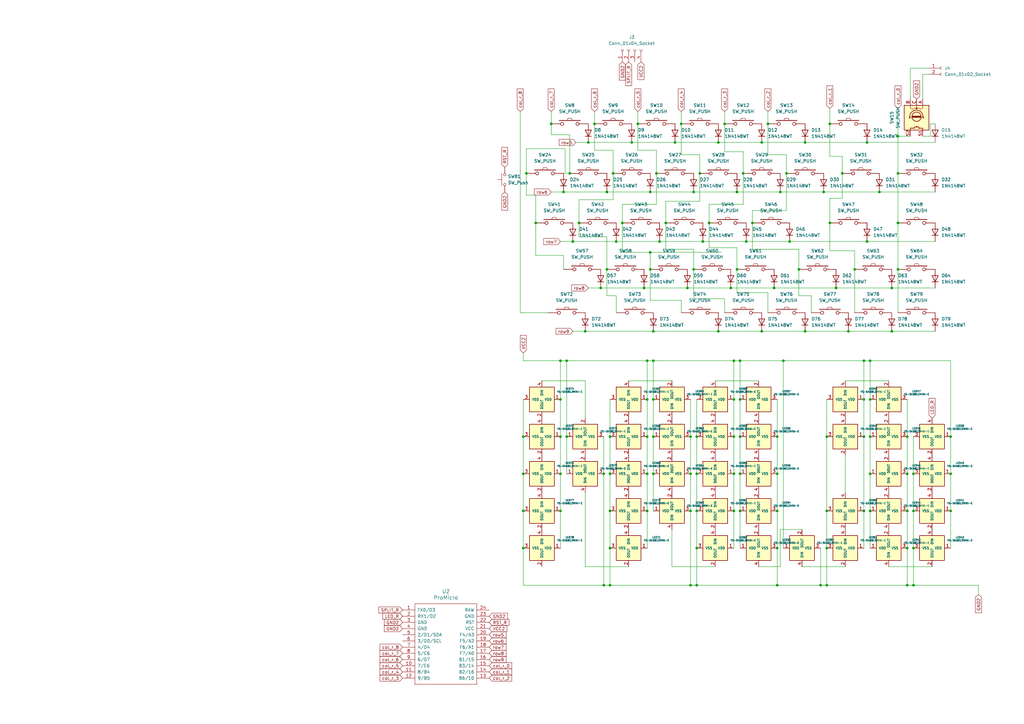
<source format=kicad_sch>
(kicad_sch (version 20231120) (generator "eeschema") (generator_version "8.0")
  (paper "A3")
  (junction (at 267.97 135.89))
  (junction (at 330.2 135.89))
  (junction (at 300.99 147.955))
  (junction (at 215.9 71.12))
  (junction (at 356.87 147.955))
  (junction (at 283.21 209.55))
  (junction (at 226.06 50.8))
  (junction (at 356.87 163.83))
  (junction (at 302.26 110.49))
  (junction (at 368.3 110.49))
  (junction (at 318.77 194.31))
  (junction (at 214.63 179.07))
  (junction (at 290.83 91.44))
  (junction (at 273.05 91.44))
  (junction (at 266.7 78.74))
  (junction (at 241.3 58.42))
  (junction (at 354.33 179.07))
  (junction (at 321.31 147.955))
  (junction (at 265.43 163.83))
  (junction (at 284.48 78.74))
  (junction (at 347.98 135.89))
  (junction (at 336.55 240.03))
  (junction (at 287.02 71.12))
  (junction (at 317.5 118.11))
  (junction (at 372.11 194.31))
  (junction (at 372.11 240.03))
  (junction (at 368.3 91.44))
  (junction (at 250.19 179.07))
  (junction (at 285.75 179.07))
  (junction (at 259.08 58.42))
  (junction (at 234.95 99.06))
  (junction (at 265.43 179.07))
  (junction (at 339.09 179.07))
  (junction (at 299.72 118.11))
  (junction (at 368.3 71.12))
  (junction (at 303.53 194.31))
  (junction (at 308.61 91.44))
  (junction (at 312.42 58.42))
  (junction (at 261.62 50.8))
  (junction (at 267.97 179.07))
  (junction (at 304.8 71.12))
  (junction (at 294.64 135.89))
  (junction (at 237.49 91.44))
  (junction (at 345.44 71.12))
  (junction (at 339.09 240.03))
  (junction (at 251.46 71.12))
  (junction (at 283.21 240.03))
  (junction (at 240.03 135.89))
  (junction (at 214.63 209.55))
  (junction (at 229.87 209.55))
  (junction (at 297.18 50.8))
  (junction (at 270.51 99.06))
  (junction (at 318.77 240.03))
  (junction (at 231.14 78.74))
  (junction (at 283.21 194.31))
  (junction (at 303.53 209.55))
  (junction (at 300.99 209.55))
  (junction (at 355.6 58.42))
  (junction (at 318.77 224.79))
  (junction (at 365.76 135.89))
  (junction (at 306.07 99.06))
  (junction (at 368.3 55.88))
  (junction (at 365.76 118.11))
  (junction (at 229.87 147.955))
  (junction (at 285.75 209.55))
  (junction (at 300.99 179.07))
  (junction (at 374.65 224.79))
  (junction (at 372.11 179.07))
  (junction (at 288.29 99.06))
  (junction (at 248.92 78.74))
  (junction (at 339.09 209.55))
  (junction (at 264.16 118.11))
  (junction (at 229.87 179.07))
  (junction (at 300.99 163.83))
  (junction (at 267.97 147.955))
  (junction (at 283.21 179.07))
  (junction (at 389.89 209.55))
  (junction (at 374.65 209.55))
  (junction (at 267.97 163.83))
  (junction (at 229.87 163.83))
  (junction (at 303.53 179.07))
  (junction (at 255.27 91.44))
  (junction (at 312.42 135.89))
  (junction (at 354.33 209.55))
  (junction (at 285.75 240.03))
  (junction (at 374.65 240.03))
  (junction (at 389.89 194.31))
  (junction (at 267.97 194.31))
  (junction (at 342.9 118.11))
  (junction (at 360.68 78.74))
  (junction (at 232.41 179.07))
  (junction (at 246.38 118.11))
  (junction (at 265.43 147.955))
  (junction (at 250.19 194.31))
  (junction (at 243.84 50.8))
  (junction (at 279.4 50.8))
  (junction (at 252.73 99.06))
  (junction (at 232.41 147.955))
  (junction (at 340.36 91.44))
  (junction (at 233.68 71.12))
  (junction (at 374.65 194.31))
  (junction (at 355.6 99.06))
  (junction (at 320.04 78.74))
  (junction (at 318.77 179.07))
  (junction (at 219.71 91.44))
  (junction (at 300.99 194.31))
  (junction (at 248.92 110.49))
  (junction (at 269.24 71.12))
  (junction (at 314.96 50.8))
  (junction (at 250.19 224.79))
  (junction (at 330.2 58.42))
  (junction (at 339.09 224.79))
  (junction (at 372.11 209.55))
  (junction (at 266.7 103.505))
  (junction (at 354.33 147.955))
  (junction (at 247.65 194.31))
  (junction (at 350.52 110.49))
  (junction (at 266.7 110.49))
  (junction (at 281.94 118.11))
  (junction (at 327.66 110.49))
  (junction (at 214.63 194.31))
  (junction (at 356.87 209.55))
  (junction (at 229.87 194.31))
  (junction (at 323.85 99.06))
  (junction (at 356.87 179.07))
  (junction (at 247.65 240.03))
  (junction (at 250.19 240.03))
  (junction (at 340.36 50.8))
  (junction (at 265.43 209.55))
  (junction (at 276.86 58.42))
  (junction (at 356.87 194.31))
  (junction (at 372.11 224.79))
  (junction (at 337.82 78.74))
  (junction (at 284.48 110.49))
  (junction (at 285.75 224.79))
  (junction (at 294.64 58.42))
  (junction (at 285.75 194.31))
  (junction (at 303.53 147.955))
  (junction (at 250.19 209.55))
  (junction (at 318.77 209.55))
  (junction (at 322.58 71.12))
  (junction (at 265.43 194.31))
  (junction (at 354.33 163.83))
  (junction (at 303.53 163.83))
  (junction (at 214.63 224.79))
  (junction (at 302.26 78.74))
  (junction (at 389.89 179.07))
  (wire (pts (xy 345.44 71.12) (xy 345.44 64.135)))
  (wire (pts (xy 283.21 240.03) (xy 285.75 240.03)))
  (wire (pts (xy 283.21 163.83) (xy 283.21 179.07)))
  (wire (pts (xy 308.61 91.44) (xy 308.61 102.235)))
  (wire (pts (xy 299.72 118.11) (xy 317.5 118.11)))
  (wire (pts (xy 273.05 91.44) (xy 273.05 82.55)))
  (wire (pts (xy 259.08 58.42) (xy 276.86 58.42)))
  (wire (pts (xy 304.8 62.23) (xy 297.18 62.23)))
  (wire (pts (xy 300.99 163.83) (xy 300.99 179.07)))
  (wire (pts (xy 332.74 121.285) (xy 332.74 128.27)))
  (wire (pts (xy 285.75 194.31) (xy 285.75 209.55)))
  (wire (pts (xy 237.49 91.44) (xy 237.49 97.155)))
  (wire (pts (xy 267.97 135.89) (xy 294.64 135.89)))
  (wire (pts (xy 365.76 135.89) (xy 383.54 135.89)))
  (wire (pts (xy 350.52 102.87) (xy 350.52 110.49)))
  (wire (pts (xy 231.775 71.12) (xy 231.775 60.96)))
  (wire (pts (xy 234.95 135.89) (xy 240.03 135.89)))
  (wire (pts (xy 318.77 179.07) (xy 318.77 194.31)))
  (wire (pts (xy 303.53 179.07) (xy 303.53 194.31)))
  (wire (pts (xy 356.87 209.55) (xy 356.87 224.79)))
  (wire (pts (xy 306.07 99.06) (xy 323.85 99.06)))
  (wire (pts (xy 342.9 118.11) (xy 365.76 118.11)))
  (wire (pts (xy 368.3 55.88) (xy 368.3 71.12)))
  (wire (pts (xy 356.87 147.955) (xy 356.87 163.83)))
  (wire (pts (xy 287.02 63.5) (xy 279.4 63.5)))
  (wire (pts (xy 372.11 194.31) (xy 372.11 209.55)))
  (wire (pts (xy 243.84 50.8) (xy 243.84 61.595)))
  (wire (pts (xy 265.43 163.83) (xy 265.43 147.955)))
  (wire (pts (xy 285.75 240.03) (xy 318.77 240.03)))
  (wire (pts (xy 231.14 78.74) (xy 248.92 78.74)))
  (wire (pts (xy 339.09 179.07) (xy 339.09 209.55)))
  (wire (pts (xy 267.97 147.955) (xy 267.97 163.83)))
  (wire (pts (xy 284.48 110.49) (xy 284.48 102.235)))
  (wire (pts (xy 304.8 71.12) (xy 304.8 62.23)))
  (wire (pts (xy 350.52 110.49) (xy 350.52 128.27)))
  (wire (pts (xy 255.27 83.82) (xy 255.27 91.44)))
  (wire (pts (xy 303.53 163.83) (xy 303.53 179.07)))
  (wire (pts (xy 234.95 99.06) (xy 252.73 99.06)))
  (wire (pts (xy 303.53 147.955) (xy 303.53 163.83)))
  (wire (pts (xy 354.33 163.83) (xy 354.33 179.07)))
  (wire (pts (xy 237.49 81.915) (xy 237.49 91.44)))
  (wire (pts (xy 266.7 123.19) (xy 279.4 123.19)))
  (wire (pts (xy 267.97 163.83) (xy 267.97 179.07)))
  (wire (pts (xy 322.58 63.5) (xy 322.58 71.12)))
  (wire (pts (xy 322.58 86.36) (xy 308.61 86.36)))
  (wire (pts (xy 267.97 179.07) (xy 267.97 194.31)))
  (wire (pts (xy 257.81 232.41) (xy 240.03 232.41)))
  (wire (pts (xy 226.06 45.72) (xy 226.06 50.8)))
  (wire (pts (xy 214.63 194.31) (xy 214.63 209.55)))
  (wire (pts (xy 241.3 118.11) (xy 246.38 118.11)))
  (wire (pts (xy 215.9 60.96) (xy 215.9 71.12)))
  (wire (pts (xy 336.55 240.03) (xy 339.09 240.03)))
  (wire (pts (xy 300.99 209.55) (xy 300.99 224.79)))
  (wire (pts (xy 303.53 147.955) (xy 300.99 147.955)))
  (wire (pts (xy 285.75 163.83) (xy 285.75 179.07)))
  (wire (pts (xy 241.3 58.42) (xy 259.08 58.42)))
  (wire (pts (xy 214.63 163.83) (xy 214.63 179.07)))
  (wire (pts (xy 257.81 156.21) (xy 275.59 156.21)))
  (wire (pts (xy 328.93 232.41) (xy 346.71 232.41)))
  (wire (pts (xy 304.8 83.82) (xy 304.8 71.12)))
  (wire (pts (xy 214.63 240.03) (xy 247.65 240.03)))
  (wire (pts (xy 314.96 120.015) (xy 302.26 120.015)))
  (wire (pts (xy 283.21 194.31) (xy 283.21 209.55)))
  (wire (pts (xy 285.75 224.79) (xy 285.75 240.03)))
  (wire (pts (xy 232.41 147.955) (xy 265.43 147.955)))
  (wire (pts (xy 229.87 163.83) (xy 229.87 147.955)))
  (wire (pts (xy 265.43 179.07) (xy 265.43 163.83)))
  (wire (pts (xy 246.38 118.11) (xy 264.16 118.11)))
  (wire (pts (xy 267.97 194.31) (xy 267.97 209.55)))
  (wire (pts (xy 314.96 63.5) (xy 322.58 63.5)))
  (wire (pts (xy 265.43 147.955) (xy 267.97 147.955)))
  (wire (pts (xy 314.96 50.8) (xy 314.96 63.5)))
  (wire (pts (xy 323.85 99.06) (xy 355.6 99.06)))
  (wire (pts (xy 269.24 83.82) (xy 255.27 83.82)))
  (wire (pts (xy 279.4 123.19) (xy 279.4 128.27)))
  (wire (pts (xy 318.77 224.79) (xy 318.77 240.03)))
  (wire (pts (xy 320.04 217.17) (xy 320.04 232.41)))
  (wire (pts (xy 327.66 102.235) (xy 327.66 110.49)))
  (wire (pts (xy 284.48 122.555) (xy 284.48 110.49)))
  (wire (pts (xy 226.06 78.74) (xy 231.14 78.74)))
  (wire (pts (xy 240.03 156.21) (xy 222.25 156.21)))
  (wire (pts (xy 297.18 128.27) (xy 297.18 122.555)))
  (wire (pts (xy 219.71 80.01) (xy 219.71 91.44)))
  (wire (pts (xy 250.19 240.03) (xy 283.21 240.03)))
  (wire (pts (xy 356.87 194.31) (xy 356.87 209.55)))
  (wire (pts (xy 290.83 83.82) (xy 304.8 83.82)))
  (wire (pts (xy 250.19 194.31) (xy 250.19 209.55)))
  (wire (pts (xy 389.89 147.955) (xy 356.87 147.955)))
  (wire (pts (xy 318.77 209.55) (xy 318.77 224.79)))
  (wire (pts (xy 265.43 224.79) (xy 265.43 209.55)))
  (wire (pts (xy 283.21 179.07) (xy 283.21 194.31)))
  (wire (pts (xy 318.77 194.31) (xy 318.77 209.55)))
  (wire (pts (xy 302.26 120.015) (xy 302.26 110.49)))
  (wire (pts (xy 297.18 45.72) (xy 297.18 50.8)))
  (wire (pts (xy 368.3 71.12) (xy 368.3 91.44)))
  (wire (pts (xy 346.71 156.21) (xy 364.49 156.21)))
  (wire (pts (xy 336.55 224.79) (xy 336.55 240.03)))
  (wire (pts (xy 261.62 50.8) (xy 261.62 61.595)))
  (wire (pts (xy 243.84 45.72) (xy 243.84 50.8)))
  (wire (pts (xy 354.33 179.07) (xy 354.33 209.55)))
  (wire (pts (xy 285.75 209.55) (xy 285.75 224.79)))
  (wire (pts (xy 214.63 179.07) (xy 214.63 194.31)))
  (wire (pts (xy 229.87 147.955) (xy 232.41 147.955)))
  (wire (pts (xy 247.65 179.07) (xy 247.65 194.31)))
  (wire (pts (xy 233.68 55.245) (xy 233.68 71.12)))
  (wire (pts (xy 252.73 121.285) (xy 252.73 128.27)))
  (wire (pts (xy 297.18 50.8) (xy 297.18 62.23)))
  (wire (pts (xy 273.05 102.235) (xy 273.05 91.44)))
  (wire (pts (xy 297.18 122.555) (xy 284.48 122.555)))
  (wire (pts (xy 229.87 99.06) (xy 234.95 99.06)))
  (wire (pts (xy 339.09 163.83) (xy 339.09 179.07)))
  (wire (pts (xy 356.87 147.955) (xy 354.33 147.955)))
  (wire (pts (xy 356.87 179.07) (xy 356.87 194.31)))
  (wire (pts (xy 250.19 163.83) (xy 250.19 179.07)))
  (wire (pts (xy 372.11 163.83) (xy 372.11 179.07)))
  (wire (pts (xy 317.5 118.11) (xy 342.9 118.11)))
  (wire (pts (xy 308.61 86.36) (xy 308.61 91.44)))
  (wire (pts (xy 374.65 224.79) (xy 374.65 240.03)))
  (wire (pts (xy 337.82 78.74) (xy 360.68 78.74)))
  (wire (pts (xy 266.7 110.49) (xy 266.7 123.19)))
  (wire (pts (xy 214.63 147.955) (xy 229.87 147.955)))
  (wire (pts (xy 374.65 179.07) (xy 374.65 194.31)))
  (wire (pts (xy 293.37 232.41) (xy 275.59 232.41)))
  (wire (pts (xy 368.3 110.49) (xy 368.3 128.27)))
  (wire (pts (xy 374.65 194.31) (xy 374.65 209.55)))
  (wire (pts (xy 389.89 194.31) (xy 389.89 179.07)))
  (wire (pts (xy 373.38 40.64) (xy 373.38 27.94)))
  (wire (pts (xy 318.77 163.83) (xy 318.77 179.07)))
  (wire (pts (xy 214.63 209.55) (xy 214.63 224.79)))
  (wire (pts (xy 240.03 135.89) (xy 267.97 135.89)))
  (wire (pts (xy 340.36 81.28) (xy 345.44 81.28)))
  (wire (pts (xy 250.19 224.79) (xy 250.19 240.03)))
  (wire (pts (xy 322.58 71.12) (xy 322.58 86.36)))
  (wire (pts (xy 302.26 110.49) (xy 302.26 101.6)))
  (wire (pts (xy 214.63 144.78) (xy 214.63 147.955)))
  (wire (pts (xy 330.2 135.89) (xy 347.98 135.89)))
  (wire (pts (xy 372.11 224.79) (xy 372.11 240.03)))
  (wire (pts (xy 248.92 97.155) (xy 248.92 110.49)))
  (wire (pts (xy 339.09 224.79) (xy 339.09 240.03)))
  (wire (pts (xy 284.48 102.235) (xy 273.05 102.235)))
  (wire (pts (xy 279.4 45.72) (xy 279.4 50.8)))
  (wire (pts (xy 354.33 147.955) (xy 354.33 163.83)))
  (wire (pts (xy 312.42 58.42) (xy 330.2 58.42)))
  (wire (pts (xy 314.96 128.27) (xy 314.96 120.015)))
  (wire (pts (xy 302.26 101.6) (xy 290.83 101.6)))
  (wire (pts (xy 320.04 78.74) (xy 337.82 78.74)))
  (wire (pts (xy 255.27 103.505) (xy 266.7 103.505)))
  (wire (pts (xy 368.3 91.44) (xy 368.3 110.49)))
  (wire (pts (xy 308.61 102.235) (xy 327.66 102.235)))
  (wire (pts (xy 354.33 147.955) (xy 321.31 147.955)))
  (wire (pts (xy 283.21 209.55) (xy 283.21 240.03)))
  (wire (pts (xy 231.775 60.96) (xy 215.9 60.96)))
  (wire (pts (xy 248.92 121.285) (xy 252.73 121.285)))
  (wire (pts (xy 251.46 61.595) (xy 251.46 71.12)))
  (wire (pts (xy 354.33 209.55) (xy 354.33 224.79)))
  (wire (pts (xy 294.64 135.89) (xy 312.42 135.89)))
  (wire (pts (xy 360.68 78.74) (xy 383.54 78.74)))
  (wire (pts (xy 401.32 240.03) (xy 401.32 243.84)))
  (wire (pts (xy 232.41 147.955) (xy 232.41 179.07)))
  (wire (pts (xy 240.03 232.41) (xy 240.03 201.93)))
  (wire (pts (xy 302.26 78.74) (xy 320.04 78.74)))
  (wire (pts (xy 287.02 82.55) (xy 287.02 71.12)))
  (wire (pts (xy 273.05 82.55) (xy 287.02 82.55)))
  (wire (pts (xy 355.6 99.06) (xy 383.54 99.06)))
  (wire (pts (xy 219.71 104.775) (xy 231.14 104.775)))
  (wire (pts (xy 295.91 103.505) (xy 266.7 103.505)))
  (wire (pts (xy 368.3 44.45) (xy 368.3 55.88)))
  (wire (pts (xy 236.22 58.42) (xy 241.3 58.42)))
  (wire (pts (xy 219.71 91.44) (xy 219.71 104.775)))
  (wire (pts (xy 381 30.48) (xy 378.46 30.48)))
  (wire (pts (xy 290.83 101.6) (xy 290.83 91.44)))
  (wire (pts (xy 248.92 110.49) (xy 248.92 121.285)))
  (wire (pts (xy 314.96 45.72) (xy 314.96 50.8)))
  (wire (pts (xy 284.48 78.74) (xy 302.26 78.74)))
  (wire (pts (xy 251.46 71.12) (xy 251.46 81.915)))
  (wire (pts (xy 381.635 50.8) (xy 383.54 50.8)))
  (wire (pts (xy 233.68 71.12) (xy 231.775 71.12)))
  (wire (pts (xy 231.14 104.775) (xy 231.14 110.49)))
  (wire (pts (xy 374.65 209.55) (xy 374.65 224.79)))
  (wire (pts (xy 287.02 71.12) (xy 287.02 63.5)))
  (wire (pts (xy 339.09 209.55) (xy 339.09 224.79)))
  (wire (pts (xy 340.36 91.44) (xy 340.36 81.28)))
  (wire (pts (xy 355.6 58.42) (xy 383.54 58.42)))
  (wire (pts (xy 339.09 240.03) (xy 372.11 240.03)))
  (wire (pts (xy 303.53 194.31) (xy 303.53 209.55)))
  (wire (pts (xy 229.87 209.55) (xy 229.87 194.31)))
  (wire (pts (xy 264.16 118.11) (xy 281.94 118.11)))
  (wire (pts (xy 372.11 209.55) (xy 372.11 224.79)))
  (wire (pts (xy 372.11 240.03) (xy 374.65 240.03)))
  (wire (pts (xy 213.36 128.27) (xy 224.79 128.27)))
  (wire (pts (xy 294.64 58.42) (xy 312.42 58.42)))
  (wire (pts (xy 215.9 71.12) (xy 215.9 80.01)))
  (wire (pts (xy 247.65 194.31) (xy 247.65 240.03)))
  (wire (pts (xy 368.3 55.88) (xy 373.38 55.88)))
  (wire (pts (xy 265.43 194.31) (xy 265.43 179.07)))
  (wire (pts (xy 232.41 179.07) (xy 232.41 194.31)))
  (wire (pts (xy 318.77 240.03) (xy 336.55 240.03)))
  (wire (pts (xy 321.31 147.955) (xy 303.53 147.955)))
  (wire (pts (xy 300.99 147.955) (xy 300.99 163.83)))
  (wire (pts (xy 364.49 232.41) (xy 382.27 232.41)))
  (wire (pts (xy 261.62 45.72) (xy 261.62 50.8)))
  (wire (pts (xy 328.93 217.17) (xy 320.04 217.17)))
  (wire (pts (xy 303.53 209.55) (xy 303.53 224.79)))
  (wire (pts (xy 270.51 99.06) (xy 288.29 99.06)))
  (wire (pts (xy 340.36 44.45) (xy 340.36 50.8)))
  (wire (pts (xy 243.84 61.595) (xy 251.46 61.595)))
  (wire (pts (xy 356.87 163.83) (xy 356.87 179.07)))
  (wire (pts (xy 213.36 45.72) (xy 213.36 128.27)))
  (wire (pts (xy 281.94 118.11) (xy 299.72 118.11)))
  (wire (pts (xy 321.31 147.955) (xy 321.31 224.79)))
  (wire (pts (xy 288.29 99.06) (xy 306.07 99.06)))
  (wire (pts (xy 247.65 240.03) (xy 250.19 240.03)))
  (wire (pts (xy 251.46 81.915) (xy 237.49 81.915)))
  (wire (pts (xy 340.36 50.8) (xy 340.36 64.135)))
  (wire (pts (xy 229.87 179.07) (xy 229.87 163.83)))
  (wire (pts (xy 340.36 102.87) (xy 340.36 91.44)))
  (wire (pts (xy 237.49 97.155) (xy 248.92 97.155)))
  (wire (pts (xy 229.87 194.31) (xy 229.87 179.07)))
  (wire (pts (xy 312.42 135.89) (xy 330.2 135.89)))
  (wire (pts (xy 365.76 118.11) (xy 383.54 118.11)))
  (wire (pts (xy 269.24 71.12) (xy 269.24 83.82)))
  (wire (pts (xy 345.44 64.135) (xy 340.36 64.135)))
  (wire (pts (xy 345.44 81.28) (xy 345.44 71.12)))
  (wire (pts (xy 269.24 61.595) (xy 269.24 71.12)))
  (wire (pts (xy 252.73 99.06) (xy 270.51 99.06)))
  (wire (pts (xy 214.63 224.79) (xy 214.63 240.03)))
  (wire (pts (xy 374.65 240.03) (xy 401.32 240.03)))
  (wire (pts (xy 300.99 194.31) (xy 300.99 209.55)))
  (wire (pts (xy 350.52 102.87) (xy 340.36 102.87)))
  (wire (pts (xy 266.7 103.505) (xy 266.7 110.49)))
  (wire (pts (xy 265.43 209.55) (xy 265.43 194.31)))
  (wire (pts (xy 372.11 179.07) (xy 372.11 194.31)))
  (wire (pts (xy 215.9 80.01) (xy 219.71 80.01)))
  (wire (pts (xy 276.86 58.42) (xy 294.64 58.42)))
  (wire (pts (xy 293.37 156.21) (xy 311.15 156.21)))
  (wire (pts (xy 266.7 78.74) (xy 284.48 78.74)))
  (wire (pts (xy 275.59 232.41) (xy 275.59 217.17)))
  (wire (pts (xy 320.04 232.41) (xy 311.15 232.41)))
  (wire (pts (xy 389.89 179.07) (xy 389.89 147.955)))
  (wire (pts (xy 327.66 110.49) (xy 327.66 121.285)))
  (wire (pts (xy 240.03 171.45) (xy 240.03 156.21)))
  (wire (pts (xy 261.62 61.595) (xy 269.24 61.595)))
  (wire (pts (xy 248.92 78.74) (xy 266.7 78.74)))
  (wire (pts (xy 365.76 135.89) (xy 347.98 135.89)))
  (wire (pts (xy 346.71 186.69) (xy 346.71 201.93)))
  (wire (pts (xy 255.27 91.44) (xy 255.27 103.505)))
  (wire (pts (xy 330.2 58.42) (xy 355.6 58.42)))
  (wire (pts (xy 290.83 91.44) (xy 290.83 83.82)))
  (wire (pts (xy 226.06 55.245) (xy 233.68 55.245)))
  (wire (pts (xy 378.46 30.48) (xy 378.46 40.64)))
  (wire (pts (xy 226.06 50.8) (xy 226.06 55.245)))
  (wire (pts (xy 381.635 55.88) (xy 381.635 50.8)))
  (wire (pts (xy 378.46 55.88) (xy 381.635 55.88)))
  (wire (pts (xy 327.66 121.285) (xy 332.74 121.285)))
  (wire (pts (xy 373.38 27.94) (xy 381 27.94)))
  (wire (pts (xy 285.75 179.07) (xy 285.75 194.31)))
  (wire (pts (xy 279.4 50.8) (xy 279.4 63.5)))
  (wire (pts (xy 250.19 209.55) (xy 250.19 224.79)))
  (wire (pts (xy 389.89 209.55) (xy 389.89 194.31)))
  (wire (pts (xy 300.99 179.07) (xy 300.99 194.31)))
  (wire (pts (xy 300.99 147.955) (xy 267.97 147.955)))
  (wire (pts (xy 229.87 224.79) (xy 229.87 209.55)))
  (wire (pts (xy 250.19 179.07) (xy 250.19 194.31)))
  (wire (pts (xy 389.89 224.79) (xy 389.89 209.55)))
  (global_label "col_r_5" (shape input) (at 165.1 273.05 180) (property "Intersheetrefs" "${INTERSHEET_REFS}" (effects (hide yes))))
  (global_label "GND2" (shape input) (at 207.01 78.74 270) (property "Intersheetrefs" "${INTERSHEET_REFS}" (effects (hide yes))))
  (global_label "row5" (shape input) (at 236.22 58.42 180) (property "Intersheetrefs" "${INTERSHEET_REFS}" (effects (hide yes))))
  (global_label "col_r_4" (shape input) (at 165.1 275.59 180) (property "Intersheetrefs" "${INTERSHEET_REFS}" (effects (hide yes))))
  (global_label "row6" (shape input) (at 226.06 78.74 180) (property "Intersheetrefs" "${INTERSHEET_REFS}" (effects (hide yes))))
  (global_label "col_r_3" (shape input) (at 165.1 278.13 180) (property "Intersheetrefs" "${INTERSHEET_REFS}" (effects (hide yes))))
  (global_label "VCC2" (shape input) (at 200.66 257.81 0) (property "Intersheetrefs" "${INTERSHEET_REFS}" (effects (hide yes))))
  (global_label "RST_R" (shape input) (at 207.01 68.58 90) (property "Intersheetrefs" "${INTERSHEET_REFS}" (effects (hide yes))))
  (global_label "col_r_6" (shape input) (at 243.84 45.72 90) (property "Intersheetrefs" "${INTERSHEET_REFS}" (effects (hide yes))))
  (global_label "row6" (shape input) (at 200.66 262.89 0) (property "Intersheetrefs" "${INTERSHEET_REFS}" (effects (hide yes))))
  (global_label "row8" (shape input) (at 241.3 118.11 180) (property "Intersheetrefs" "${INTERSHEET_REFS}" (effects (hide yes))))
  (global_label "col_r_1" (shape input) (at 200.66 275.59 0) (property "Intersheetrefs" "${INTERSHEET_REFS}" (effects (hide yes))))
  (global_label "row5" (shape input) (at 200.66 260.35 0) (property "Intersheetrefs" "${INTERSHEET_REFS}" (effects (hide yes))))
  (global_label "GND2" (shape input) (at 200.66 252.73 0) (property "Intersheetrefs" "${INTERSHEET_REFS}" (effects (hide yes))))
  (global_label "col_r_8" (shape input) (at 213.36 45.72 90) (property "Intersheetrefs" "${INTERSHEET_REFS}" (effects (hide yes))))
  (global_label "VCC2" (shape input) (at 214.63 144.78 90) (property "Intersheetrefs" "${INTERSHEET_REFS}" (effects (hide yes))))
  (global_label "GND2" (shape input) (at 375.92 40.64 90) (property "Intersheetrefs" "${INTERSHEET_REFS}" (effects (hide yes))))
  (global_label "col_r_7" (shape input) (at 226.06 45.72 90) (property "Intersheetrefs" "${INTERSHEET_REFS}" (effects (hide yes))))
  (global_label "SPLIT_R" (shape input) (at 165.1 250.19 180) (property "Intersheetrefs" "${INTERSHEET_REFS}" (effects (hide yes))))
  (global_label "GND2" (shape input) (at 255.27 25.4 270) (property "Intersheetrefs" "${INTERSHEET_REFS}" (effects (hide yes))))
  (global_label "row7" (shape input) (at 200.66 265.43 0) (property "Intersheetrefs" "${INTERSHEET_REFS}" (effects (hide yes))))
  (global_label "col_r_0" (shape input) (at 368.3 44.45 90) (property "Intersheetrefs" "${INTERSHEET_REFS}" (effects (hide yes))))
  (global_label "col_r_7" (shape input) (at 165.1 267.97 180) (property "Intersheetrefs" "${INTERSHEET_REFS}" (effects (hide yes))))
  (global_label "LED_R" (shape input) (at 165.1 252.73 180) (property "Intersheetrefs" "${INTERSHEET_REFS}" (effects (hide yes))))
  (global_label "row9" (shape input) (at 234.95 135.89 180) (property "Intersheetrefs" "${INTERSHEET_REFS}" (effects (hide yes))))
  (global_label "GND2" (shape input) (at 165.1 257.81 180) (property "Intersheetrefs" "${INTERSHEET_REFS}" (effects (hide yes))))
  (global_label "col7" (shape input) (at 134.62 298.45 0) (property "Intersheetrefs" "${INTERSHEET_REFS}" (effects (hide yes))))
  (global_label "RST_R" (shape input) (at 200.66 255.27 0) (property "Intersheetrefs" "${INTERSHEET_REFS}" (effects (hide yes))))
  (global_label "col_r_5" (shape input) (at 261.62 45.72 90) (property "Intersheetrefs" "${INTERSHEET_REFS}" (effects (hide yes))))
  (global_label "col_r_0" (shape input) (at 200.66 273.05 0) (property "Intersheetrefs" "${INTERSHEET_REFS}" (effects (hide yes))))
  (global_label "col_r_4" (shape input) (at 279.4 45.72 90) (property "Intersheetrefs" "${INTERSHEET_REFS}" (effects (hide yes))))
  (global_label "GND2" (shape input) (at 401.32 243.84 270) (property "Intersheetrefs" "${INTERSHEET_REFS}" (effects (hide yes))))
  (global_label "col_r_0" (shape input) (at 297.18 318.77 0) (property "Intersheetrefs" "${INTERSHEET_REFS}" (effects (hide yes))))
  (global_label "col_r_2" (shape input) (at 200.66 278.13 0) (property "Intersheetrefs" "${INTERSHEET_REFS}" (effects (hide yes))))
  (global_label "GND2" (shape input) (at 165.1 255.27 180) (property "Intersheetrefs" "${INTERSHEET_REFS}" (effects (hide yes))))
  (global_label "col_r_3" (shape input) (at 297.18 45.72 90) (property "Intersheetrefs" "${INTERSHEET_REFS}" (effects (hide yes))))
  (global_label "row8" (shape input) (at 200.66 267.97 0) (property "Intersheetrefs" "${INTERSHEET_REFS}" (effects (hide yes))))
  (global_label "VCC2" (shape input) (at 262.89 25.4 270) (property "Intersheetrefs" "${INTERSHEET_REFS}" (effects (hide yes))))
  (global_label "col_r_8" (shape input) (at 165.1 265.43 180) (property "Intersheetrefs" "${INTERSHEET_REFS}" (effects (hide yes))))
  (global_label "row7" (shape input) (at 229.87 99.06 180) (property "Intersheetrefs" "${INTERSHEET_REFS}" (effects (hide yes))))
  (global_label "col_r_1" (shape input) (at 340.36 44.45 90) (property "Intersheetrefs" "${INTERSHEET_REFS}" (effects (hide yes))))
  (global_label "row9" (shape input) (at 200.66 270.51 0) (property "Intersheetrefs" "${INTERSHEET_REFS}" (effects (hide yes))))
  (global_label "col_r_6" (shape input) (at 165.1 270.51 180) (property "Intersheetrefs" "${INTERSHEET_REFS}" (effects (hide yes))))
  (global_label "LED_R" (shape input) (at 382.27 171.45 90) (property "Intersheetrefs" "${INTERSHEET_REFS}" (effects (hide yes))))
  (global_label "SPLIT_R" (shape input) (at 257.81 25.4 270) (property "Intersheetrefs" "${INTERSHEET_REFS}" (effects (hide yes))))
  (global_label "col_r_2" (shape input) (at 314.96 45.72 90) (property "Intersheetrefs" "${INTERSHEET_REFS}" (effects (hide yes))))
  (symbol (lib_id "kbd:SW_PUSH") (at 304.8 50.8 0) (unit 1)
    (property "Reference" "SW12" (at 304.8 43.18 0))
    (property "Value" "SW_PUSH" (at 304.8 45.72 0))
    (property "Footprint" "MX_Only:MXOnly-1U-Hotswap" (effects (hide yes)))
  )
  (symbol (lib_id "kbd:SW_PUSH") (at 287.02 128.27 0) (unit 1)
    (property "Reference" "SW74" (at 287.02 120.65 0))
    (property "Value" "SW_PUSH" (at 287.02 123.19 0))
    (property "Footprint" "MX_Only:MXOnly-1U-Hotswap" (effects (hide yes)))
  )
  (symbol (lib_id "Diode:1N4148WT") (at 294.64 54.61 90) (unit 1)
    (property "Reference" "D11" (at 297.18 53.3399 90) (effects (justify right)))
    (property "Value" "1N4148WT" (at 297.18 55.8799 90) (effects (justify right)))
    (property "Footprint" "kbd:D3_TH_SMD" (effects (hide yes)))
    (property "Datasheet" "https://www.diodes.com/assets/Datasheets/ds30396.pdf" (effects (hide yes)))
    (property "Description" "75V 0.15A Fast switching Diode, SOD-523" (effects (hide yes)))
    (property "Sim.Device" "D" (effects (hide yes)))
    (property "Sim.Pins" "1=K 2=A" (effects (hide yes)))
  )
  (symbol (lib_id "kbd:YS-SK6812MINI-E") (at 275.59 194.31 90) (unit 1)
    (property "Reference" "LED64" (at 287.02 190.9111 90) (effects (font (size 0.7366 0.7366))))
    (property "Value" "YS-SK6812MINI-E" (at 287.02 192.1811 90) (effects (font (size 0.7366 0.7366))))
    (property "Footprint" "kbd:SK6812MINI-E" (effects (hide yes)))
  )
  (symbol (lib_id "kbd:ProMicro") (at 182.88 264.16 0) (unit 1)
    (property "Reference" "U2" (at 182.88 242.57 0) (effects (font (size 1.524 1.524))))
    (property "Value" "ProMicro" (at 182.88 245.11 0) (effects (font (size 1.524 1.524))))
    (property "Footprint" "kbd:ProMicro" (effects (hide yes)))
  )
  (symbol (lib_id "Diode:1N4148WT") (at 312.42 54.61 90) (unit 1)
    (property "Reference" "D12" (at 314.96 53.3399 90) (effects (justify right)))
    (property "Value" "1N4148WT" (at 314.96 55.8799 90) (effects (justify right)))
    (property "Footprint" "kbd:D3_TH_SMD" (effects (hide yes)))
    (property "Datasheet" "https://www.diodes.com/assets/Datasheets/ds30396.pdf" (effects (hide yes)))
    (property "Description" "75V 0.15A Fast switching Diode, SOD-523" (effects (hide yes)))
    (property "Sim.Device" "D" (effects (hide yes)))
    (property "Sim.Pins" "1=K 2=A" (effects (hide yes)))
  )
  (symbol (lib_id "Diode:1N4148WT") (at 234.95 95.25 90) (unit 1)
    (property "Reference" "D41" (at 237.49 93.9799 90) (effects (justify right)))
    (property "Value" "1N4148WT" (at 237.49 96.5199 90) (effects (justify right)))
    (property "Footprint" "kbd:D3_TH_SMD" (effects (hide yes)))
    (property "Datasheet" "https://www.diodes.com/assets/Datasheets/ds30396.pdf" (effects (hide yes)))
    (property "Description" "75V 0.15A Fast switching Diode, SOD-523" (effects (hide yes)))
    (property "Sim.Device" "D" (effects (hide yes)))
    (property "Sim.Pins" "1=K 2=A" (effects (hide yes)))
  )
  (symbol (lib_id "kbd:SW_PUSH") (at 274.32 110.49 0) (unit 1)
    (property "Reference" "SW59" (at 274.32 102.87 0))
    (property "Value" "SW_PUSH" (at 274.32 105.41 0))
    (property "Footprint" "MX_Only:MXOnly-1U-Hotswap" (effects (hide yes)))
  )
  (symbol (lib_id "Diode:1N4148WT") (at 252.73 95.25 90) (unit 1)
    (property "Reference" "D42" (at 255.27 93.9799 90) (effects (justify right)))
    (property "Value" "1N4148WT" (at 255.27 96.5199 90) (effects (justify right)))
    (property "Footprint" "kbd:D3_TH_SMD" (effects (hide yes)))
    (property "Datasheet" "https://www.diodes.com/assets/Datasheets/ds30396.pdf" (effects (hide yes)))
    (property "Description" "75V 0.15A Fast switching Diode, SOD-523" (effects (hide yes)))
    (property "Sim.Device" "D" (effects (hide yes)))
    (property "Sim.Pins" "1=K 2=A" (effects (hide yes)))
  )
  (symbol (lib_id "kbd:YS-SK6812MINI-E") (at 222.25 194.31 270) (unit 1)
    (property "Reference" "LED76" (at 233.68 189.8965 90) (effects (font (size 0.7366 0.7366))))
    (property "Value" "YS-SK6812MINI-E" (at 233.68 191.1665 90) (effects (font (size 0.7366 0.7366))))
    (property "Footprint" "kbd:SK6812MINI-E" (effects (hide yes)))
  )
  (symbol (lib_id "Diode:1N4148WT") (at 284.48 74.93 90) (unit 1)
    (property "Reference" "D27" (at 287.02 73.6599 90) (effects (justify right)))
    (property "Value" "1N4148WT" (at 287.02 76.1999 90) (effects (justify right)))
    (property "Footprint" "kbd:D3_TH_SMD" (effects (hide yes)))
    (property "Datasheet" "https://www.diodes.com/assets/Datasheets/ds30396.pdf" (effects (hide yes)))
    (property "Description" "75V 0.15A Fast switching Diode, SOD-523" (effects (hide yes)))
    (property "Sim.Device" "D" (effects (hide yes)))
    (property "Sim.Pins" "1=K 2=A" (effects (hide yes)))
  )
  (symbol (lib_id "kbd:SW_PUSH") (at 312.42 71.12 0) (unit 1)
    (property "Reference" "SW29" (at 312.42 63.5 0))
    (property "Value" "SW_PUSH" (at 312.42 66.04 0))
    (property "Footprint" "MX_Only:MXOnly-1U-Hotswap" (effects (hide yes)))
  )
  (symbol (lib_id "kbd:YS-SK6812MINI-E") (at 311.15 224.79 90) (unit 1)
    (property "Reference" "LED53" (at 322.58 221.3911 90) (effects (font (size 0.7366 0.7366))))
    (property "Value" "YS-SK6812MINI-E" (at 322.58 222.6611 90) (effects (font (size 0.7366 0.7366))))
    (property "Footprint" "kbd:SK6812MINI-E" (effects (hide yes)))
  )
  (symbol (lib_id "kbd:SW_PUSH") (at 375.92 128.27 0) (unit 1)
    (property "Reference" "SW79" (at 375.92 120.65 0))
    (property "Value" "SW_PUSH" (at 375.92 123.19 0))
    (property "Footprint" "MX_Only:MXOnly-1U-Hotswap" (effects (hide yes)))
  )
  (symbol (lib_id "kbd:YS-SK6812MINI-E") (at 257.81 209.55 270) (unit 1)
    (property "Reference" "LED70" (at 269.24 205.1365 90) (effects (font (size 0.7366 0.7366))))
    (property "Value" "YS-SK6812MINI-E" (at 269.24 206.4065 90) (effects (font (size 0.7366 0.7366))))
    (property "Footprint" "kbd:SK6812MINI-E" (effects (hide yes)))
  )
  (symbol (lib_id "kbd:YS-SK6812MINI-E") (at 311.15 194.31 90) (unit 1)
    (property "Reference" "LED56" (at 322.58 190.9111 90) (effects (font (size 0.7366 0.7366))))
    (property "Value" "YS-SK6812MINI-E" (at 322.58 192.1811 90) (effects (font (size 0.7366 0.7366))))
    (property "Footprint" "kbd:SK6812MINI-E" (effects (hide yes)))
  )
  (symbol (lib_id "Diode:1N4148WT") (at 355.6 54.61 90) (unit 1)
    (property "Reference" "D14" (at 358.14 53.3399 90) (effects (justify right)))
    (property "Value" "1N4148WT" (at 358.14 55.8799 90) (effects (justify right)))
    (property "Footprint" "kbd:D3_TH_SMD" (effects (hide yes)))
    (property "Datasheet" "https://www.diodes.com/assets/Datasheets/ds30396.pdf" (effects (hide yes)))
    (property "Description" "75V 0.15A Fast switching Diode, SOD-523" (effects (hide yes)))
    (property "Sim.Device" "D" (effects (hide yes)))
    (property "Sim.Pins" "1=K 2=A" (effects (hide yes)))
  )
  (symbol (lib_id "kbd:SW_PUSH") (at 227.33 91.44 0) (unit 1)
    (property "Reference" "SW41" (at 227.33 83.82 0))
    (property "Value" "SW_PUSH" (at 227.33 86.36 0))
    (property "Footprint" "MX_Only:MXOnly-1U-Hotswap" (effects (hide yes)))
  )
  (symbol (lib_id "kbd:YS-SK6812MINI-E") (at 346.71 179.07 270) (unit 1)
    (property "Reference" "LED49" (at 358.14 174.6565 90) (effects (font (size 0.7366 0.7366))))
    (property "Value" "YS-SK6812MINI-E" (at 358.14 175.9265 90) (effects (font (size 0.7366 0.7366))))
    (property "Footprint" "kbd:SK6812MINI-E" (effects (hide yes)))
  )
  (symbol (lib_id "Diode:1N4148WT") (at 312.42 132.08 90) (unit 1)
    (property "Reference" "D75" (at 314.96 130.8099 90) (effects (justify right)))
    (property "Value" "1N4148WT" (at 314.96 133.3499 90) (effects (justify right)))
    (property "Footprint" "kbd:D3_TH_SMD" (effects (hide yes)))
    (property "Datasheet" "https://www.diodes.com/assets/Datasheets/ds30396.pdf" (effects (hide yes)))
    (property "Description" "75V 0.15A Fast switching Diode, SOD-523" (effects (hide yes)))
    (property "Sim.Device" "D" (effects (hide yes)))
    (property "Sim.Pins" "1=K 2=A" (effects (hide yes)))
  )
  (symbol (lib_id "kbd:SW_PUSH") (at 347.98 50.8 0) (unit 1)
    (property "Reference" "SW14" (at 347.98 43.18 0))
    (property "Value" "SW_PUSH" (at 347.98 45.72 0))
    (property "Footprint" "MX_Only:MXOnly-2U-Hotswap" (effects (hide yes)))
  )
  (symbol (lib_id "Diode:1N4148WT") (at 306.07 95.25 90) (unit 1)
    (property "Reference" "D45" (at 308.61 93.9799 90) (effects (justify right)))
    (property "Value" "1N4148WT" (at 308.61 96.5199 90) (effects (justify right)))
    (property "Footprint" "kbd:D3_TH_SMD" (effects (hide yes)))
    (property "Datasheet" "https://www.diodes.com/assets/Datasheets/ds30396.pdf" (effects (hide yes)))
    (property "Description" "75V 0.15A Fast switching Diode, SOD-523" (effects (hide yes)))
    (property "Sim.Device" "D" (effects (hide yes)))
    (property "Sim.Pins" "1=K 2=A" (effects (hide yes)))
  )
  (symbol (lib_id "kbd:YS-SK6812MINI-E") (at 382.27 194.31 270) (unit 1)
    (property "Reference" "LED40" (at 393.7 189.8965 90) (effects (font (size 0.7366 0.7366))))
    (property "Value" "YS-SK6812MINI-E" (at 393.7 191.1665 90) (effects (font (size 0.7366 0.7366))))
    (property "Footprint" "kbd:SK6812MINI-E" (effects (hide yes)))
  )
  (symbol (lib_id "Diode:1N4148WT") (at 342.9 114.3 90) (unit 1)
    (property "Reference" "D62" (at 345.44 113.0299 90) (effects (justify right)))
    (property "Value" "1N4148WT" (at 345.44 115.5699 90) (effects (justify right)))
    (property "Footprint" "kbd:D3_TH_SMD" (effects (hide yes)))
    (property "Datasheet" "https://www.diodes.com/assets/Datasheets/ds30396.pdf" (effects (hide yes)))
    (property "Description" "75V 0.15A Fast switching Diode, SOD-523" (effects (hide yes)))
    (property "Sim.Device" "D" (effects (hide yes)))
    (property "Sim.Pins" "1=K 2=A" (effects (hide yes)))
  )
  (symbol (lib_id "Diode:1N4148WT") (at 259.08 54.61 90) (unit 1)
    (property "Reference" "D9" (at 261.62 53.3399 90) (effects (justify right)))
    (property "Value" "1N4148WT" (at 261.62 55.8799 90) (effects (justify right)))
    (property "Footprint" "kbd:D3_TH_SMD" (effects (hide yes)))
    (property "Datasheet" "https://www.diodes.com/assets/Datasheets/ds30396.pdf" (effects (hide yes)))
    (property "Description" "75V 0.15A Fast switching Diode, SOD-523" (effects (hide yes)))
    (property "Sim.Device" "D" (effects (hide yes)))
    (property "Sim.Pins" "1=K 2=A" (effects (hide yes)))
  )
  (symbol (lib_id "kbd:SW_PUSH") (at 335.28 110.49 0) (unit 1)
    (property "Reference" "SW62" (at 335.28 102.87 0))
    (property "Value" "SW_PUSH" (at 335.28 105.41 0))
    (property "Footprint" "MX_Only:MXOnly-1.75U-Hotswap" (effects (hide yes)))
  )
  (symbol (lib_id "kbd:YS-SK6812MINI-E") (at 275.59 163.83 90) (unit 1)
    (property "Reference" "LED65" (at 287.02 160.4311 90) (effects (font (size 0.7366 0.7366))))
    (property "Value" "YS-SK6812MINI-E" (at 287.02 161.7011 90) (effects (font (size 0.7366 0.7366))))
    (property "Footprint" "kbd:SK6812MINI-E" (effects (hide yes)))
  )
  (symbol (lib_id "kbd:SW_PUSH") (at 294.64 71.12 0) (unit 1)
    (property "Reference" "SW28" (at 294.64 63.5 0))
    (property "Value" "SW_PUSH" (at 294.64 66.04 0))
    (property "Footprint" "MX_Only:MXOnly-1U-Hotswap" (effects (hide yes)))
  )
  (symbol (lib_id "Diode:1N4148WT") (at 330.2 132.08 90) (unit 1)
    (property "Reference" "D76" (at 332.74 130.8099 90) (effects (justify right)))
    (property "Value" "1N4148WT" (at 332.74 133.3499 90) (effects (justify right)))
    (property "Footprint" "kbd:D3_TH_SMD" (effects (hide yes)))
    (property "Datasheet" "https://www.diodes.com/assets/Datasheets/ds30396.pdf" (effects (hide yes)))
    (property "Description" "75V 0.15A Fast switching Diode, SOD-523" (effects (hide yes)))
    (property "Sim.Device" "D" (effects (hide yes)))
    (property "Sim.Pins" "1=K 2=A" (effects (hide yes)))
  )
  (symbol (lib_id "Diode:1N4148WT") (at 299.72 114.3 90) (unit 1)
    (property "Reference" "D60" (at 302.26 113.0299 90) (effects (justify right)))
    (property "Value" "1N4148WT" (at 302.26 115.5699 90) (effects (justify right)))
    (property "Footprint" "kbd:D3_TH_SMD" (effects (hide yes)))
    (property "Datasheet" "https://www.diodes.com/assets/Datasheets/ds30396.pdf" (effects (hide yes)))
    (property "Description" "75V 0.15A Fast switching Diode, SOD-523" (effects (hide yes)))
    (property "Sim.Device" "D" (effects (hide yes)))
    (property "Sim.Pins" "1=K 2=A" (effects (hide yes)))
  )
  (symbol (lib_id "kbd:YS-SK6812MINI-E") (at 222.25 179.07 270) (unit 1)
    (property "Reference" "LED75" (at 233.68 174.6565 90) (effects (font (size 0.7366 0.7366))))
    (property "Value" "YS-SK6812MINI-E" (at 233.68 175.9265 90) (effects (font (size 0.7366 0.7366))))
    (property "Footprint" "kbd:SK6812MINI-E" (effects (hide yes)))
  )
  (symbol (lib_id "kbd:SW_PUSH") (at 358.14 110.49 0) (unit 1)
    (property "Reference" "SW63" (at 358.14 102.87 0))
    (property "Value" "SW_PUSH" (at 358.14 105.41 0))
    (property "Footprint" "MX_Only:MXOnly-1U-Hotswap" (effects (hide yes)))
  )
  (symbol (lib_id "Connector:Conn_01x02_Socket") (at 386.08 27.94 0) (unit 1)
    (property "Reference" "J4" (at 387.35 27.9399 0) (effects (justify left)))
    (property "Value" "Conn_01x02_Socket" (at 387.35 30.4799 0) (effects (justify left)))
    (property "Footprint" "Connector_PinHeader_2.54mm:PinHeader_1x02_P2.54mm_Vertical" (effects (hide yes)))
    (property "Description" "Generic connector, single row, 01x02, script generated" (effects (hide yes)))
  )
  (symbol (lib_id "kbd:YS-SK6812MINI-E") (at 364.49 163.83 90) (unit 1)
    (property "Reference" "LED47" (at 375.92 160.4311 90) (effects (font (size 0.7366 0.7366))))
    (property "Value" "YS-SK6812MINI-E" (at 375.92 161.7011 90) (effects (font (size 0.7366 0.7366))))
    (property "Footprint" "kbd:SK6812MINI-E" (effects (hide yes)))
  )
  (symbol (lib_id "kbd:SW_PUSH") (at 287.02 50.8 0) (unit 1)
    (property "Reference" "SW11" (at 287.02 43.18 0))
    (property "Value" "SW_PUSH" (at 287.02 45.72 0))
    (property "Footprint" "MX_Only:MXOnly-1U-Hotswap" (effects (hide yes)))
  )
  (symbol (lib_id "kbd:YS-SK6812MINI-E") (at 293.37 179.07 270) (unit 1)
    (property "Reference" "LED59" (at 304.8 174.6565 90) (effects (font (size 0.7366 0.7366))))
    (property "Value" "YS-SK6812MINI-E" (at 304.8 175.9265 90) (effects (font (size 0.7366 0.7366))))
    (property "Footprint" "kbd:SK6812MINI-E" (effects (hide yes)))
  )
  (symbol (lib_id "Diode:1N4148WT") (at 241.3 54.61 90) (unit 1)
    (property "Reference" "D8" (at 243.84 53.3399 90) (effects (justify right)))
    (property "Value" "1N4148WT" (at 243.84 55.8799 90) (effects (justify right)))
    (property "Footprint" "kbd:D3_TH_SMD" (effects (hide yes)))
    (property "Datasheet" "https://www.diodes.com/assets/Datasheets/ds30396.pdf" (effects (hide yes)))
    (property "Description" "75V 0.15A Fast switching Diode, SOD-523" (effects (hide yes)))
    (property "Sim.Device" "D" (effects (hide yes)))
    (property "Sim.Pins" "1=K 2=A" (effects (hide yes)))
  )
  (symbol (lib_id "Diode:1N4148WT") (at 323.85 95.25 90) (unit 1)
    (property "Reference" "D46" (at 326.39 93.9799 90) (effects (justify right)))
    (property "Value" "1N4148WT" (at 326.39 96.5199 90) (effects (justify right)))
    (property "Footprint" "kbd:D3_TH_SMD" (effects (hide yes)))
    (property "Datasheet" "https://www.diodes.com/assets/Datasheets/ds30396.pdf" (effects (hide yes)))
    (property "Description" "75V 0.15A Fast switching Diode, SOD-523" (effects (hide yes)))
    (property "Sim.Device" "D" (effects (hide yes)))
    (property "Sim.Pins" "1=K 2=A" (effects (hide yes)))
  )
  (symbol (lib_id "kbd:SW_PUSH") (at 223.52 71.12 0) (unit 1)
    (property "Reference" "SW24" (at 223.52 63.5 0))
    (property "Value" "SW_PUSH" (at 223.52 66.04 0))
    (property "Footprint" "MX_Only:MXOnly-1U-Hotswap" (effects (hide yes)))
  )
  (symbol (lib_id "kbd:YS-SK6812MINI-E") (at 346.71 224.79 270) (unit 1)
    (property "Reference" "LED51" (at 358.14 220.3765 90) (effects (font (size 0.7366 0.7366))))
    (property "Value" "YS-SK6812MINI-E" (at 358.14 221.6465 90) (effects (font (size 0.7366 0.7366))))
    (property "Footprint" "kbd:SK6812MINI-E" (effects (hide yes)))
  )
  (symbol (lib_id "Diode:1N4148WT") (at 302.26 74.93 90) (unit 1)
    (property "Reference" "D28" (at 304.8 73.6599 90) (effects (justify right)))
    (property "Value" "1N4148WT" (at 304.8 76.1999 90) (effects (justify right)))
    (property "Footprint" "kbd:D3_TH_SMD" (effects (hide yes)))
    (property "Datasheet" "https://www.diodes.com/assets/Datasheets/ds30396.pdf" (effects (hide yes)))
    (property "Description" "75V 0.15A Fast switching Diode, SOD-523" (effects (hide yes)))
    (property "Sim.Device" "D" (effects (hide yes)))
    (property "Sim.Pins" "1=K 2=A" (effects (hide yes)))
  )
  (symbol (lib_id "Diode:1N4148WT") (at 383.54 114.3 90) (unit 1)
    (property "Reference" "D64" (at 386.08 113.0299 90) (effects (justify right)))
    (property "Value" "1N4148WT" (at 386.08 115.5699 90) (effects (justify right)))
    (property "Footprint" "kbd:D3_TH_SMD" (effects (hide yes)))
    (property "Datasheet" "https://www.diodes.com/assets/Datasheets/ds30396.pdf" (effects (hide yes)))
    (property "Description" "75V 0.15A Fast switching Diode, SOD-523" (effects (hide yes)))
    (property "Sim.Device" "D" (effects (hide yes)))
    (property "Sim.Pins" "1=K 2=A" (effects (hide yes)))
  )
  (symbol (lib_id "Diode:1N4148WT") (at 347.98 132.08 90) (unit 1)
    (property "Reference" "D77" (at 350.52 130.8099 90) (effects (justify right)))
    (property "Value" "1N4148WT" (at 350.52 133.3499 90) (effects (justify right)))
    (property "Footprint" "kbd:D3_TH_SMD" (effects (hide yes)))
    (property "Datasheet" "https://www.diodes.com/assets/Datasheets/ds30396.pdf" (effects (hide yes)))
    (property "Description" "75V 0.15A Fast switching Diode, SOD-523" (effects (hide yes)))
    (property "Sim.Device" "D" (effects (hide yes)))
    (property "Sim.Pins" "1=K 2=A" (effects (hide yes)))
  )
  (symbol (lib_id "kbd:SW_PUSH") (at 276.86 71.12 0) (unit 1)
    (property "Reference" "SW27" (at 276.86 63.5 0))
    (property "Value" "SW_PUSH" (at 276.86 66.04 0))
    (property "Footprint" "MX_Only:MXOnly-1U-Hotswap" (effects (hide yes)))
  )
  (symbol (lib_id "Diode:1N4148WT") (at 270.51 95.25 90) (unit 1)
    (property "Reference" "D43" (at 273.05 93.9799 90) (effects (justify right)))
    (property "Value" "1N4148WT" (at 273.05 96.5199 90) (effects (justify right)))
    (property "Footprint" "kbd:D3_TH_SMD" (effects (hide yes)))
    (property "Datasheet" "https://www.diodes.com/assets/Datasheets/ds30396.pdf" (effects (hide yes)))
    (property "Description" "75V 0.15A Fast switching Diode, SOD-523" (effects (hide yes)))
    (property "Sim.Device" "D" (effects (hide yes)))
    (property "Sim.Pins" "1=K 2=A" (effects (hide yes)))
  )
  (symbol (lib_id "kbd:YS-SK6812MINI-E") (at 257.81 179.07 270) (unit 1)
    (property "Reference" "LED68" (at 269.24 174.6565 90) (effects (font (size 0.7366 0.7366))))
    (property "Value" "YS-SK6812MINI-E" (at 269.24 175.9265 90) (effects (font (size 0.7366 0.7366))))
    (property "Footprint" "kbd:SK6812MINI-E" (effects (hide yes)))
  )
  (symbol (lib_id "kbd:YS-SK6812MINI-E") (at 222.25 209.55 270) (unit 1)
    (property "Reference" "LED77" (at 233.68 205.1365 90) (effects (font (size 0.7366 0.7366))))
    (property "Value" "YS-SK6812MINI-E" (at 233.68 206.4065 90) (effects (font (size 0.7366 0.7366))))
    (property "Footprint" "kbd:SK6812MINI-E" (effects (hide yes)))
  )
  (symbol (lib_id "kbd:SW_PUSH") (at 375.92 71.12 0) (unit 1)
    (property "Reference" "SW32" (at 375.92 63.5 0))
    (property "Value" "SW_PUSH" (at 375.92 66.04 0))
    (property "Footprint" "MX_Only:MXOnly-1U-Hotswap" (effects (hide yes)))
  )
  (symbol (lib_id "kbd:YS-SK6812MINI-E") (at 311.15 179.07 90) (unit 1)
    (property "Reference" "LED55" (at 322.58 175.6711 90) (effects (font (size 0.7366 0.7366))))
    (property "Value" "YS-SK6812MINI-E" (at 322.58 176.9411 90) (effects (font (size 0.7366 0.7366))))
    (property "Footprint" "kbd:SK6812MINI-E" (effects (hide yes)))
  )
  (symbol (lib_id "Diode:1N4148WT") (at 383.54 74.93 90) (unit 1)
    (property "Reference" "D32" (at 386.08 73.6599 90) (effects (justify right)))
    (property "Value" "1N4148WT" (at 386.08 76.1999 90) (effects (justify right)))
    (property "Footprint" "kbd:D3_TH_SMD" (effects (hide yes)))
    (property "Datasheet" "https://www.diodes.com/assets/Datasheets/ds30396.pdf" (effects (hide yes)))
    (property "Description" "75V 0.15A Fast switching Diode, SOD-523" (effects (hide yes)))
    (property "Sim.Device" "D" (effects (hide yes)))
    (property "Sim.Pins" "1=K 2=A" (effects (hide yes)))
  )
  (symbol (lib_id "kbd:YS-SK6812MINI-E") (at 364.49 179.07 90) (unit 1)
    (property "Reference" "LED46" (at 375.92 175.6711 90) (effects (font (size 0.7366 0.7366))))
    (property "Value" "YS-SK6812MINI-E" (at 375.92 176.9411 90) (effects (font (size 0.7366 0.7366))))
    (property "Footprint" "kbd:SK6812MINI-E" (effects (hide yes)))
  )
  (symbol (lib_id "Diode:1N4148WT") (at 231.14 74.93 90) (unit 1)
    (property "Reference" "D24" (at 233.68 73.6599 90) (effects (justify right)))
    (property "Value" "1N4148WT" (at 233.68 76.1999 90) (effects (justify right)))
    (property "Footprint" "kbd:D3_TH_SMD" (effects (hide yes)))
    (property "Datasheet" "https://www.diodes.com/assets/Datasheets/ds30396.pdf" (effects (hide yes)))
    (property "Description" "75V 0.15A Fast switching Diode, SOD-523" (effects (hide yes)))
    (property "Sim.Device" "D" (effects (hide yes)))
    (property "Sim.Pins" "1=K 2=A" (effects (hide yes)))
  )
  (symbol (lib_id "kbd:SW_PUSH") (at 245.11 91.44 0) (unit 1)
    (property "Reference" "SW42" (at 245.11 83.82 0))
    (property "Value" "SW_PUSH" (at 245.11 86.36 0))
    (property "Footprint" "MX_Only:MXOnly-1U-Hotswap" (effects (hide yes)))
  )
  (symbol (lib_id "kbd:SW_PUSH") (at 330.2 71.12 0) (unit 1)
    (property "Reference" "SW30" (at 330.2 63.5 0))
    (property "Value" "SW_PUSH" (at 330.2 66.04 0))
    (property "Footprint" "MX_Only:MXOnly-1U-Hotswap" (effects (hide yes)))
  )
  (symbol (lib_id "Diode:1N4148WT") (at 248.92 74.93 90) (unit 1)
    (property "Reference" "D25" (at 251.46 73.6599 90) (effects (justify right)))
    (property "Value" "1N4148WT" (at 251.46 76.1999 90) (effects (justify right)))
    (property "Footprint" "kbd:D3_TH_SMD" (effects (hide yes)))
    (property "Datasheet" "https://www.diodes.com/assets/Datasheets/ds30396.pdf" (effects (hide yes)))
    (property "Description" "75V 0.15A Fast switching Diode, SOD-523" (effects (hide yes)))
    (property "Sim.Device" "D" (effects (hide yes)))
    (property "Sim.Pins" "1=K 2=A" (effects (hide yes)))
  )
  (symbol (lib_id "kbd:SW_PUSH") (at 232.41 128.27 0) (unit 1)
    (property "Reference" "SW72" (at 232.41 120.65 0))
    (property "Value" "SW_PUSH" (at 232.41 123.19 0))
    (property "Footprint" "MX_Only:MXOnly-1U-Hotswap" (effects (hide yes)))
  )
  (symbol (lib_id "kbd:SW_PUSH") (at 298.45 91.44 0) (unit 1)
    (property "Reference" "SW45" (at 298.45 83.82 0))
    (property "Value" "SW_PUSH" (at 298.45 86.36 0))
    (property "Footprint" "MX_Only:MXOnly-1U-Hotswap" (effects (hide yes)))
  )
  (symbol (lib_id "kbd:YS-SK6812MINI-E") (at 275.59 209.55 90) (unit 1)
    (property "Reference" "LED63" (at 287.02 206.1511 90) (effects (font (size 0.7366 0.7366))))
    (property "Value" "YS-SK6812MINI-E" (at 287.02 207.4211 90) (effects (font (size 0.7366 0.7366))))
    (property "Footprint" "kbd:SK6812MINI-E" (effects (hide yes)))
  )
  (symbol (lib_id "kbd:YS-SK6812MINI-E") (at 382.27 209.55 270) (unit 1)
    (property "Reference" "LED41" (at 393.7 205.1365 90) (effects (font (size 0.7366 0.7366))))
    (property "Value" "YS-SK6812MINI-E" (at 393.7 206.4065 90) (effects (font (size 0.7366 0.7366))))
    (property "Footprint" "kbd:SK6812MINI-E" (effects (hide yes)))
  )
  (symbol (lib_id "kbd:YS-SK6812MINI-E") (at 222.25 224.79 270) (unit 1)
    (property "Reference" "LED78" (at 233.68 220.3765 90) (effects (font (size 0.7366 0.7366))))
    (property "Value" "YS-SK6812MINI-E" (at 233.68 221.6465 90) (effects (font (size 0.7366 0.7366))))
    (property "Footprint" "kbd:SK6812MINI-E" (effects (hide yes)))
  )
  (symbol (lib_id "Diode:1N4148WT") (at 383.54 95.25 90) (unit 1)
    (property "Reference" "D48" (at 386.08 93.9799 90) (effects (justify right)))
    (property "Value" "1N4148WT" (at 386.08 96.5199 90) (effects (justify right)))
    (property "Footprint" "kbd:D3_TH_SMD" (effects (hide yes)))
    (property "Datasheet" "https://www.diodes.com/assets/Datasheets/ds30396.pdf" (effects (hide yes)))
    (property "Description" "75V 0.15A Fast switching Diode, SOD-523" (effects (hide yes)))
    (property "Sim.Device" "D" (effects (hide yes)))
    (property "Sim.Pins" "1=K 2=A" (effects (hide yes)))
  )
  (symbol (lib_id "Diode:1N4148WT") (at 288.29 95.25 90) (unit 1)
    (property "Reference" "D44" (at 290.83 93.9799 90) (effects (justify right)))
    (property "Value" "1N4148WT" (at 290.83 96.5199 90) (effects (justify right)))
    (property "Footprint" "kbd:D3_TH_SMD" (effects (hide yes)))
    (property "Datasheet" "https://www.diodes.com/assets/Datasheets/ds30396.pdf" (effects (hide yes)))
    (property "Description" "75V 0.15A Fast switching Diode, SOD-523" (effects (hide yes)))
    (property "Sim.Device" "D" (effects (hide yes)))
    (property "Sim.Pins" "1=K 2=A" (effects (hide yes)))
  )
  (symbol (lib_id "Diode:1N4148WT") (at 337.82 74.93 90) (unit 1)
    (property "Reference" "D30" (at 340.36 73.6599 90) (effects (justify right)))
    (property "Value" "1N4148WT" (at 340.36 76.1999 90) (effects (justify right)))
    (property "Footprint" "kbd:D3_TH_SMD" (effects (hide yes)))
    (property "Datasheet" "https://www.diodes.com/assets/Datasheets/ds30396.pdf" (effects (hide yes)))
    (property "Description" "75V 0.15A Fast switching Diode, SOD-523" (effects (hide yes)))
    (property "Sim.Device" "D" (effects (hide yes)))
    (property "Sim.Pins" "1=K 2=A" (effects (hide yes)))
  )
  (symbol (lib_id "kbd:SW_PUSH") (at 353.06 71.12 0) (unit 1)
    (property "Reference" "SW31" (at 353.06 63.5 0))
    (property "Value" "SW_PUSH" (at 353.06 66.04 0))
    (property "Footprint" "MX_Only:MXOnly-1.5U-Hotswap" (effects (hide yes)))
  )
  (symbol (lib_id "kbd:SW_PUSH") (at 358.14 128.27 0) (unit 1)
    (property "Reference" "SW78" (at 358.14 120.65 0))
    (property "Value" "SW_PUSH" (at 358.14 123.19 0))
    (property "Footprint" "MX_Only:MXOnly-1U-Hotswap" (effects (hide yes)))
  )
  (symbol (lib_id "Diode:1N4148WT") (at 276.86 54.61 90) (unit 1)
    (property "Reference" "D10" (at 279.4 53.3399 90) (effects (justify right)))
    (property "Value" "1N4148WT" (at 279.4 55.8799 90) (effects (justify right)))
    (property "Footprint" "kbd:D3_TH_SMD" (effects (hide yes)))
    (property "Datasheet" "https://www.diodes.com/assets/Datasheets/ds30396.pdf" (effects (hide yes)))
    (property "Description" "75V 0.15A Fast switching Diode, SOD-523" (effects (hide yes)))
    (property "Sim.Device" "D" (effects (hide yes)))
    (property "Sim.Pins" "1=K 2=A" (effects (hide yes)))
  )
  (symbol (lib_id "kbd:YS-SK6812MINI-E") (at 275.59 179.07 90) (unit 1)
    (property "Reference" "LED66" (at 287.02 175.6711 90) (effects (font (size 0.7366 0.7366))))
    (property "Value" "YS-SK6812MINI-E" (at 287.02 176.9411 90) (effects (font (size 0.7366 0.7366))))
    (property "Footprint" "kbd:SK6812MINI-E" (effects (hide yes)))
  )
  (symbol (lib_id "Diode:1N4148WT") (at 246.38 114.3 90) (unit 1)
    (property "Reference" "D57" (at 248.92 113.0299 90) (effects (justify right)))
    (property "Value" "1N4148WT" (at 248.92 115.5699 90) (effects (justify right)))
    (property "Footprint" "kbd:D3_TH_SMD" (effects (hide yes)))
    (property "Datasheet" "https://www.diodes.com/assets/Datasheets/ds30396.pdf" (effects (hide yes)))
    (property "Description" "75V 0.15A Fast switching Diode, SOD-523" (effects (hide yes)))
    (property "Sim.Device" "D" (effects (hide yes)))
    (property "Sim.Pins" "1=K 2=A" (effects (hide yes)))
  )
  (symbol (lib_id "kbd:SW_PUSH") (at 238.76 110.49 0) (unit 1)
    (property "Reference" "SW57" (at 238.76 102.87 0))
    (property "Value" "SW_PUSH" (at 238.76 105.41 0))
    (property "Footprint" "MX_Only:MXOnly-1U-Hotswap" (effects (hide yes)))
  )
  (symbol (lib_id "Diode:1N4148WT") (at 365.76 132.08 90) (unit 1)
    (property "Reference" "D78" (at 368.3 130.8099 90) (effects (justify right)))
    (property "Value" "1N4148WT" (at 368.3 133.3499 90) (effects (justify right)))
    (property "Footprint" "kbd:D3_TH_SMD" (effects (hide yes)))
    (property "Datasheet" "https://www.diodes.com/assets/Datasheets/ds30396.pdf" (effects (hide yes)))
    (property "Description" "75V 0.15A Fast switching Diode, SOD-523" (effects (hide yes)))
    (property "Sim.Device" "D" (effects (hide yes)))
    (property "Sim.Pins" "1=K 2=A" (effects (hide yes)))
  )
  (symbol (lib_id "kbd:YS-SK6812MINI-E") (at 257.81 194.31 270) (unit 1)
    (property "Reference" "LED69" (at 269.24 189.8965 90) (effects (font (size 0.7366 0.7366))))
    (property "Value" "YS-SK6812MINI-E" (at 269.24 191.1665 90) (effects (font (size 0.7366 0.7366))))
    (property "Footprint" "kbd:SK6812MINI-E" (effects (hide yes)))
  )
  (symbol (lib_id "kbd:YS-SK6812MINI-E") (at 346.71 209.55 270) (unit 1)
    (property "Reference" "LED50" (at 358.14 205.1365 90) (effects (font (size 0.7366 0.7366))))
    (property "Value" "YS-SK6812MINI-E" (at 358.14 206.4065 90) (effects (font (size 0.7366 0.7366))))
    (property "Footprint" "kbd:SK6812MINI-E" (effects (hide yes)))
  )
  (symbol (lib_id "kbd:YS-SK6812MINI-E") (at 328.93 224.79 90) (unit 1)
    (property "Reference" "LED52" (at 340.36 221.3911 90) (effects (font (size 0.7366 0.7366))))
    (property "Value" "YS-SK6812MINI-E" (at 340.36 222.6611 90) (effects (font (size 0.7366 0.7366))))
    (property "Footprint" "kbd:SK6812MINI-E" (effects (hide yes)))
  )
  (symbol (lib_id "Diode:1N4148WT") (at 355.6 95.25 90) (unit 1)
    (property "Reference" "D47" (at 358.14 93.9799 90) (effects (justify right)))
    (property "Value" "1N4148WT" (at 358.14 96.5199 90) (effects (justify right)))
    (property "Footprint" "kbd:D3_TH_SMD" (effects (hide yes)))
    (property "Datasheet" "https://www.diodes.com/assets/Datasheets/ds30396.pdf" (effects (hide yes)))
    (property "Description" "75V 0.15A Fast switching Diode, SOD-523" (effects (hide yes)))
    (property "Sim.Device" "D" (effects (hide yes)))
    (property "Sim.Pins" "1=K 2=A" (effects (hide yes)))
  )
  (symbol (lib_id "kbd:SW_PUSH") (at 256.54 110.49 0) (unit 1)
    (property "Reference" "SW58" (at 256.54 102.87 0))
    (property "Value" "SW_PUSH" (at 256.54 105.41 0))
    (property "Footprint" "MX_Only:MXOnly-1U-Hotswap" (effects (hide yes)))
  )
  (symbol (lib_id "Diode:1N4148WT") (at 320.04 74.93 90) (unit 1)
    (property "Reference" "D29" (at 322.58 73.6599 90) (effects (justify right)))
    (property "Value" "1N4148WT" (at 322.58 76.1999 90) (effects (justify right)))
    (property "Footprint" "kbd:D3_TH_SMD" (effects (hide yes)))
    (property "Datasheet" "https://www.diodes.com/assets/Datasheets/ds30396.pdf" (effects (hide yes)))
    (property "Description" "75V 0.15A Fast switching Diode, SOD-523" (effects (hide yes)))
    (property "Sim.Device" "D" (effects (hide yes)))
    (property "Sim.Pins" "1=K 2=A" (effects (hide yes)))
  )
  (symbol (lib_id "kbd:YS-SK6812MINI-E") (at 240.03 194.31 90) (unit 1)
    (property "Reference" "LED72" (at 251.46 190.9111 90) (effects (font (size 0.7366 0.7366))))
    (property "Value" "YS-SK6812MINI-E" (at 251.46 192.1811 90) (effects (font (size 0.7366 0.7366))))
    (property "Footprint" "kbd:SK6812MINI-E" (effects (hide yes)))
  )
  (symbol (lib_id "kbd:SW_PUSH") (at 347.98 91.44 0) (unit 1)
    (property "Reference" "SW47" (at 347.98 83.82 0))
    (property "Value" "SW_PUSH" (at 347.98 86.36 0))
    (property "Footprint" "MX_Only:MXOnly-2.25U-Hotswap" (effects (hide yes)))
  )
  (symbol (lib_id "kbd:YS-SK6812MINI-E") (at 311.15 163.83 90) (unit 1)
    (property "Reference" "LED57" (at 322.58 160.4311 90) (effects (font (size 0.7366 0.7366))))
    (property "Value" "YS-SK6812MINI-E" (at 322.58 161.7011 90) (effects (font (size 0.7366 0.7366))))
    (property "Footprint" "kbd:SK6812MINI-E" (effects (hide yes)))
  )
  (symbol (lib_id "Diode:1N4148WT") (at 294.64 132.08 90) (unit 1)
    (property "Reference" "D74" (at 297.18 130.8099 90) (effects (justify right)))
    (property "Value" "1N4148WT" (at 297.18 133.3499 90) (effects (justify right)))
    (property "Footprint" "kbd:D3_TH_SMD" (effects (hide yes)))
    (property "Datasheet" "https://www.diodes.com/assets/Datasheets/ds30396.pdf" (effects (hide yes)))
    (property "Description" "75V 0.15A Fast switching Diode, SOD-523" (effects (hide yes)))
    (property "Sim.Device" "D" (effects (hide yes)))
    (property "Sim.Pins" "1=K 2=A" (effects (hide yes)))
  )
  (symbol (lib_id "kbd:YS-SK6812MINI-E") (at 311.15 209.55 90) (unit 1)
    (property "Reference" "LED54" (at 322.58 206.1511 90) (effects (font (size 0.7366 0.7366))))
    (property "Value" "YS-SK6812MINI-E" (at 322.58 207.4211 90) (effects (font (size 0.7366 0.7366))))
    (property "Footprint" "kbd:SK6812MINI-E" (effects (hide yes)))
  )
  (symbol (lib_id "kbd:SW_PUSH") (at 304.8 128.27 0) (unit 1)
    (property "Reference" "SW75" (at 304.8 120.65 0))
    (property "Value" "SW_PUSH" (at 304.8 123.19 0))
    (property "Footprint" "MX_Only:MXOnly-1U-Hotswap" (effects (hide yes)))
  )
  (symbol (lib_id "kbd:YS-SK6812MINI-E") (at 364.49 224.79 90) (unit 1)
    (property "Reference" "LED43" (at 375.92 221.3911 90) (effects (font (size 0.7366 0.7366))))
    (property "Value" "YS-SK6812MINI-E" (at 375.92 222.6611 90) (effects (font (size 0.7366 0.7366))))
    (property "Footprint" "kbd:SK6812MINI-E" (effects (hide yes)))
  )
  (symbol (lib_id "kbd:YS-SK6812MINI-E") (at 293.37 224.79 270) (unit 1)
    (property "Reference" "LED62" (at 304.8 220.3765 90) (effects (font (size 0.7366 0.7366))))
    (property "Value" "YS-SK6812MINI-E" (at 304.8 221.6465 90) (effects (font (size 0.7366 0.7366))))
    (property "Footprint" "kbd:SK6812MINI-E" (effects (hide yes)))
  )
  (symbol (lib_id "kbd:YS-SK6812MINI-E") (at 257.81 224.79 270) (unit 1)
    (property "Reference" "LED71" (at 269.24 220.3765 90) (effects (font (size 0.7366 0.7366))))
    (property "Value" "YS-SK6812MINI-E" (at 269.24 221.6465 90) (effects (font (size 0.7366 0.7366))))
    (property "Footprint" "kbd:SK6812MINI-E" (effects (hide yes)))
  )
  (symbol (lib_id "kbd:YS-SK6812MINI-E") (at 364.49 194.31 90) (unit 1)
    (property "Reference" "LED45" (at 375.92 190.9111 90) (effects (font (size 0.7366 0.7366))))
    (property "Value" "YS-SK6812MINI-E" (at 375.92 192.1811 90) (effects (font (size 0.7366 0.7366))))
    (property "Footprint" "kbd:SK6812MINI-E" (effects (hide yes)))
  )
  (symbol (lib_id "kbd:YS-SK6812MINI-E") (at 346.71 163.83 270) (unit 1)
    (property "Reference" "LED48" (at 358.14 159.4165 90) (effects (font (size 0.7366 0.7366))))
    (property "Value" "YS-SK6812MINI-E" (at 358.14 160.6865 90) (effects (font (size 0.7366 0.7366))))
    (property "Footprint" "kbd:SK6812MINI-E" (effects (hide yes)))
  )
  (symbol (lib_id "kbd:SW_PUSH") (at 262.89 91.44 0) (unit 1)
    (property "Reference" "SW43" (at 262.89 83.82 0))
    (property "Value" "SW_PUSH" (at 262.89 86.36 0))
    (property "Footprint" "MX_Only:MXOnly-1U-Hotswap" (effects (hide yes)))
  )
  (symbol (lib_id "Diode:1N4148WT") (at 240.03 132.08 90) (unit 1)
    (property "Reference" "D72" (at 242.57 130.8099 90) (effects (justify right)))
    (property "Value" "1N4148WT" (at 242.57 133.3499 90) (effects (justify right)))
    (property "Footprint" "kbd:D3_TH_SMD" (effects (hide yes)))
    (property "Datasheet" "https://www.diodes.com/assets/Datasheets/ds30396.pdf" (effects (hide yes)))
    (property "Description" "75V 0.15A Fast switching Diode, SOD-523" (effects (hide yes)))
    (property "Sim.Device" "D" (effects (hide yes)))
    (property "Sim.Pins" "1=K 2=A" (effects (hide yes)))
  )
  (symbol (lib_id "kbd:YS-SK6812MINI-E") (at 293.37 209.55 270) (unit 1)
    (property "Reference" "LED61" (at 304.8 205.1365 90) (effects (font (size 0.7366 0.7366))))
    (property "Value" "YS-SK6812MINI-E" (at 304.8 206.4065 90) (effects (font (size 0.7366 0.7366))))
    (property "Footprint" "kbd:SK6812MINI-E" (effects (hide yes)))
  )
  (symbol (lib_id "kbd:SW_PUSH") (at 269.24 50.8 0) (unit 1)
    (property "Reference" "SW10" (at 269.24 43.18 0))
    (property "Value" "SW_PUSH" (at 269.24 45.72 0))
    (property "Footprint" "MX_Only:MXOnly-1U-Hotswap" (effects (hide yes)))
  )
  (symbol (lib_id "kbd:SW_PUSH") (at 375.92 91.44 0) (unit 1)
    (property "Reference" "SW48" (at 375.92 83.82 0))
    (property "Value" "SW_PUSH" (at 375.92 86.36 0))
    (property "Footprint" "MX_Only:MXOnly-1U-Hotswap" (effects (hide yes)))
  )
  (symbol (lib_id "Connector:Conn_01x04_Socket") (at 257.81 20.32 90) (unit 1)
    (property "Reference" "J3" (at 259.08 15.24 90))
    (property "Value" "Conn_01x04_Socket" (at 259.08 17.78 90))
    (property "Footprint" "Connector_PinHeader_2.54mm:PinHeader_1x04_P2.54mm_Vertical" (effects (hide yes)))
    (property "Description" "Generic connector, single row, 01x04, script generated" (effects (hide yes)))
  )
  (symbol (lib_id "Diode:1N4148WT") (at 383.54 132.08 90) (unit 1)
    (property "Reference" "D79" (at 386.08 130.8099 90) (effects (justify right)))
    (property "Value" "1N4148WT" (at 386.08 133.3499 90) (effects (justify right)))
    (property "Footprint" "kbd:D3_TH_SMD" (effects (hide yes)))
    (property "Datasheet" "https://www.diodes.com/assets/Datasheets/ds30396.pdf" (effects (hide yes)))
    (property "Description" "75V 0.15A Fast switching Diode, SOD-523" (effects (hide yes)))
    (property "Sim.Device" "D" (effects (hide yes)))
    (property "Sim.Pins" "1=K 2=A" (effects (hide yes)))
  )
  (symbol (lib_id "kbd:SW_PUSH") (at 322.58 128.27 0) (unit 1)
    (property "Reference" "SW76" (at 322.58 120.65 0))
    (property "Value" "SW_PUSH" (at 322.58 123.19 0))
    (property "Footprint" "MX_Only:MXOnly-1U-Hotswap" (effects (hide yes)))
  )
  (symbol (lib_id "Diode:1N4148WT") (at 365.76 114.3 90) (unit 1)
    (property "Reference" "D63" (at 368.3 113.0299 90) (effects (justify right)))
    (property "Value" "1N4148WT" (at 368.3 115.5699 90) (effects (justify right)))
    (property "Footprint" "kbd:D3_TH_SMD" (effects (hide yes)))
    (property "Datasheet" "https://www.diodes.com/assets/Datasheets/ds30396.pdf" (effects (hide yes)))
    (property "Description" "75V 0.15A Fast switching Diode, SOD-523" (effects (hide yes)))
    (property "Sim.Device" "D" (effects (hide yes)))
    (property "Sim.Pins" "1=K 2=A" (effects (hide yes)))
  )
  (symbol (lib_id "Diode:1N4148WT") (at 330.2 54.61 90) (unit 1)
    (property "Reference" "D13" (at 332.74 53.3399 90) (effects (justify right)))
    (property "Value" "1N4148WT" (at 332.74 55.8799 90) (effects (justify right)))
    (property "Footprint" "kbd:D3_TH_SMD" (effects (hide yes)))
    (property "Datasheet" "https://www.diodes.com/assets/Datasheets/ds30396.pdf" (effects (hide yes)))
    (property "Description" "75V 0.15A Fast switching Diode, SOD-523" (effects (hide yes)))
    (property "Sim.Device" "D" (effects (hide yes)))
    (property "Sim.Pins" "1=K 2=A" (effects (hide yes)))
  )
  (symbol (lib_id "kbd:SW_PUSH") (at 259.08 71.12 0) (unit 1)
    (property "Reference" "SW26" (at 259.08 63.5 0))
    (property "Value" "SW_PUSH" (at 259.08 66.04 0))
    (property "Footprint" "MX_Only:MXOnly-1U-Hotswap" (effects (hide yes)))
  )
  (symbol (lib_id "kbd:YS-SK6812MINI-E") (at 222.25 163.83 270) (unit 1)
    (property "Reference" "LED74" (at 233.68 159.4165 90) (effects (font (size 0.7366 0.7366))))
    (property "Value" "YS-SK6812MINI-E" (at 233.68 160.6865 90) (effects (font (size 0.7366 0.7366))))
    (property "Footprint" "kbd:SK6812MINI-E" (effects (hide yes)))
  )
  (symbol (lib_id "Switch:SW_Push") (at 207.01 73.66 90) (unit 1)
    (property "Reference" "SW81" (at 208.28 72.3899 90) (effects (justify right)))
    (property "Value" "SW_Push" (at 208.28 74.9299 90) (effects (justify right)))
    (property "Footprint" "Connector_PinHeader_2.54mm:PinHeader_1x02_P2.54mm_Vertical" (effects (hide yes)))
    (property "Description" "Push button switch, generic, two pins" (effects (hide yes)))
  )
  (symbol (lib_id "kbd:YS-SK6812MINI-E") (at 240.03 179.07 90) (unit 1)
    (property "Reference" "LED73" (at 251.46 175.6711 90) (effects (font (size 0.7366 0.7366))))
    (property "Value" "YS-SK6812MINI-E" (at 251.46 176.9411 90) (effects (font (size 0.7366 0.7366))))
    (property "Footprint" "kbd:SK6812MINI-E" (effects (hide yes)))
  )
  (symbol (lib_id "kbd:SW_PUSH") (at 375.92 110.49 0) (unit 1)
    (property "Reference" "SW64" (at 375.92 102.87 0))
    (property "Value" "SW_PUSH" (at 375.92 105.41 0))
    (property "Footprint" "MX_Only:MXOnly-1U-Hotswap" (effects (hide yes)))
  )
  (symbol (lib_id "Diode:1N4148WT") (at 281.94 114.3 90) (unit 1)
    (property "Reference" "D59" (at 284.48 113.0299 90) (effects (justify right)))
    (property "Value" "1N4148WT" (at 284.48 115.5699 90) (effects (justify right)))
    (property "Footprint" "kbd:D3_TH_SMD" (effects (hide yes)))
    (property "Datasheet" "https://www.diodes.com/assets/Datasheets/ds30396.pdf" (effects (hide yes)))
    (property "Description" "75V 0.15A Fast switching Diode, SOD-523" (effects (hide yes)))
    (property "Sim.Device" "D" (effects (hide yes)))
    (property "Sim.Pins" "1=K 2=A" (effects (hide yes)))
  )
  (symbol (lib_id "Device:RotaryEncoder_Switch") (at 375.92 48.26 270) (unit 1)
    (property "Reference" "SW15" (at 365.76 48.26 0))
    (property "Value" "SW_PUSH" (at 368.3 48.26 0))
    (property "Footprint" "kbd:keyswitch_cherrymx_hotswap_1u_rotary_encoder_ec12" (effects (hide yes)))
    (property "Description" "Rotary encoder, dual channel, incremental quadrate outputs, with switch" (effects (hide yes)))
  )
  (symbol (lib_id "kbd:SW_PUSH") (at 241.3 71.12 0) (unit 1)
    (property "Reference" "SW25" (at 241.3 63.5 0))
    (property "Value" "SW_PUSH" (at 241.3 66.04 0))
    (property "Footprint" "MX_Only:MXOnly-1U-Hotswap" (effects (hide yes)))
  )
  (symbol (lib_id "Diode:1N4148WT") (at 267.97 132.08 90) (unit 1)
    (property "Reference" "D73" (at 270.51 130.8099 90) (effects (justify right)))
    (property "Value" "1N4148WT" (at 270.51 133.3499 90) (effects (justify right)))
    (property "Footprint" "kbd:D3_TH_SMD" (effects (hide yes)))
    (property "Datasheet" "https://www.diodes.com/assets/Datasheets/ds30396.pdf" (effects (hide yes)))
    (property "Description" "75V 0.15A Fast switching Diode, SOD-523" (effects (hide yes)))
    (property "Sim.Device" "D" (effects (hide yes)))
    (property "Sim.Pins" "1=K 2=A" (effects (hide yes)))
  )
  (symbol (lib_id "kbd:SW_PUSH") (at 292.1 110.49 0) (unit 1)
    (property "Reference" "SW60" (at 292.1 102.87 0))
    (property "Value" "SW_PUSH" (at 292.1 105.41 0))
    (property "Footprint" "MX_Only:MXOnly-1U-Hotswap" (effects (hide yes)))
  )
  (symbol (lib_id "kbd:YS-SK6812MINI-E") (at 293.37 194.31 270) (unit 1)
    (property "Reference" "LED60" (at 304.8 189.8965 90) (effects (font (size 0.7366 0.7366))))
    (property "Value" "YS-SK6812MINI-E" (at 304.8 191.1665 90) (effects (font (size 0.7366 0.7366))))
    (property "Footprint" "kbd:SK6812MINI-E" (effects (hide yes)))
  )
  (symbol (lib_id "Diode:1N4148WT") (at 317.5 114.3 90) (unit 1)
    (property "Reference" "D61" (at 320.04 113.0299 90) (effects (justify right)))
    (property "Value" "1N4148WT" (at 320.04 115.5699 90) (effects (justify right)))
    (property "Footprint" "kbd:D3_TH_SMD" (effects (hide yes)))
    (property "Datasheet" "https://www.diodes.com/assets/Datasheets/ds30396.pdf" (effects (hide yes)))
    (property "Description" "75V 0.15A Fast switching Diode, SOD-523" (effects (hide yes)))
    (property "Sim.Device" "D" (effects (hide yes)))
    (property "Sim.Pins" "1=K 2=A" (effects (hide yes)))
  )
  (symbol (lib_id "kbd:YS-SK6812MINI-E") (at 382.27 224.79 270) (unit 1)
    (property "Reference" "LED42" (at 393.7 220.3765 90) (effects (font (size 0.7366 0.7366))))
    (property "Value" "YS-SK6812MINI-E" (at 393.7 221.6465 90) (effects (font (size 0.7366 0.7366))))
    (property "Footprint" "kbd:SK6812MINI-E" (effects (hide yes)))
  )
  (symbol (lib_id "kbd:SW_PUSH") (at 322.58 50.8 0) (unit 1)
    (property "Reference" "SW13" (at 322.58 43.18 0))
    (property "Value" "SW_PUSH" (at 322.58 45.72 0))
    (property "Footprint" "MX_Only:MXOnly-1U-Hotswap" (effects (hide yes)))
  )
  (symbol (lib_id "Diode:1N4148WT") (at 360.68 74.93 90) (unit 1)
    (property "Reference" "D31" (at 363.22 73.6599 90) (effects (justify right)))
    (property "Value" "1N4148WT" (at 363.22 76.1999 90) (effects (justify right)))
    (property "Footprint" "kbd:D3_TH_SMD" (effects (hide yes)))
    (property "Datasheet" "https://www.diodes.com/assets/Datasheets/ds30396.pdf" (effects (hide yes)))
    (property "Description" "75V 0.15A Fast switching Diode, SOD-523" (effects (hide yes)))
    (property "Sim.Device" "D" (effects (hide yes)))
    (property "Sim.Pins" "1=K 2=A" (effects (hide yes)))
  )
  (symbol (lib_id "kbd:SW_PUSH") (at 309.88 110.49 0) (unit 1)
    (property "Reference" "SW61" (at 309.88 102.87 0))
    (property "Value" "SW_PUSH" (at 309.88 105.41 0))
    (property "Footprint" "MX_Only:MXOnly-1U-Hotswap" (effects (hide yes)))
  )
  (symbol (lib_id "kbd:YS-SK6812MINI-E") (at 293.37 163.83 270) (unit 1)
    (property "Reference" "LED58" (at 304.8 159.4165 90) (effects (font (size 0.7366 0.7366))))
    (property "Value" "YS-SK6812MINI-E" (at 304.8 160.6865 90) (effects (font (size 0.7366 0.7366))))
    (property "Footprint" "kbd:SK6812MINI-E" (effects (hide yes)))
  )
  (symbol (lib_id "kbd:SW_PUSH") (at 260.35 128.27 0) (unit 1)
    (property "Reference" "SW73" (at 260.35 120.65 0))
    (property "Value" "SW_PUSH" (at 260.35 123.19 0))
    (property "Footprint" "MX_Only:MXOnly-2U-Hotswap-ReversedStabilizers" (effects (hide yes)))
  )
  (symbol (lib_id "kbd:SW_PUSH") (at 280.67 91.44 0) (unit 1)
    (property "Reference" "SW44" (at 280.67 83.82 0))
    (property "Value" "SW_PUSH" (at 280.67 86.36 0))
    (property "Footprint" "MX_Only:MXOnly-1U-Hotswap" (effects (hide yes)))
  )
  (symbol (lib_id "kbd:SW_PUSH") (at 251.46 50.8 0) (unit 1)
    (property "Reference" "SW9" (at 251.46 43.18 0))
    (property "Value" "SW_PUSH" (at 251.46 45.72 0))
    (property "Footprint" "MX_Only:MXOnly-1U-Hotswap" (effects (hide yes)))
  )
  (symbol (lib_id "Diode:1N4148WT") (at 383.54 54.61 90) (unit 1)
    (property "Reference" "D15" (at 386.08 53.3399 90) (effects (justify right)))
    (property "Value" "1N4148WT" (at 386.08 55.8799 90) (effects (justify right)))
    (property "Footprint" "kbd:D3_TH_SMD" (effects (hide yes)))
    (property "Datasheet" "https://www.diodes.com/assets/Datasheets/ds30396.pdf" (effects (hide yes)))
    (property "Description" "75V 0.15A Fast switching Diode, SOD-523" (effects (hide yes)))
    (property "Sim.Device" "D" (effects (hide yes)))
    (property "Sim.Pins" "1=K 2=A" (effects (hide yes)))
  )
  (symbol (lib_id "kbd:SW_PUSH") (at 340.36 128.27 0) (unit 1)
    (property "Reference" "SW77" (at 340.36 120.65 0))
    (property "Value" "SW_PUSH" (at 340.36 123.19 0))
    (property "Footprint" "MX_Only:MXOnly-1U-Hotswap" (effects (hide yes)))
  )
  (symbol (lib_id "kbd:SW_PUSH") (at 233.68 50.8 0) (unit 1)
    (property "Reference" "SW8" (at 233.68 43.18 0))
    (property "Value" "SW_PUSH" (at 233.68 45.72 0))
    (property "Footprint" "MX_Only:MXOnly-1U-Hotswap" (effects (hide yes)))
  )
  (symbol (lib_id "Diode:1N4148WT") (at 264.16 114.3 90) (unit 1)
    (property "Reference" "D58" (at 266.7 113.0299 90) (effects (justify right)))
    (property "Value" "1N4148WT" (at 266.7 115.5699 90) (effects (justify right)))
    (property "Footprint" "kbd:D3_TH_SMD" (effects (hide yes)))
    (property "Datasheet" "https://www.diodes.com/assets/Datasheets/ds30396.pdf" (effects (hide yes)))
    (property "Description" "75V 0.15A Fast switching Diode, SOD-523" (effects (hide yes)))
    (property "Sim.Device" "D" (effects (hide yes)))
    (property "Sim.Pins" "1=K 2=A" (effects (hide yes)))
  )
  (symbol (lib_id "kbd:SW_PUSH") (at 316.23 91.44 0) (unit 1)
    (property "Reference" "SW46" (at 316.23 83.82 0))
    (property "Value" "SW_PUSH" (at 316.23 86.36 0))
    (property "Footprint" "MX_Only:MXOnly-1U-Hotswap" (effects (hide yes)))
  )
  (symbol (lib_id "kbd:YS-SK6812MINI-E") (at 382.27 179.07 270) (unit 1)
    (property "Reference" "LED39" (at 393.7 174.6565 90) (effects (font (size 0.7366 0.7366))))
    (property "Value" "YS-SK6812MINI-E" (at 393.7 175.9265 90) (effects (font (size 0.7366 0.7366))))
    (property "Footprint" "kbd:SK6812MINI-E" (effects (hide yes)))
  )
  (symbol (lib_id "kbd:YS-SK6812MINI-E") (at 364.49 209.55 90) (unit 1)
    (property "Reference" "LED44" (at 375.92 206.1511 90) (effects (font (size 0.7366 0.7366))))
    (property "Value" "YS-SK6812MINI-E" (at 375.92 207.4211 90) (effects (font (size 0.7366 0.7366))))
    (property "Footprint" "kbd:SK6812MINI-E" (effects (hide yes)))
  )
  (symbol (lib_id "kbd:YS-SK6812MINI-E") (at 257.81 163.83 270) (unit 1)
    (property "Reference" "LED67" (at 269.24 159.4165 90) (effects (font (size 0.7366 0.7366))))
    (property "Value" "YS-SK6812MINI-E" (at 269.24 160.6865 90) (effects (font (size 0.7366 0.7366))))
    (property "Footprint" "kbd:SK6812MINI-E" (effects (hide yes)))
  )
  (symbol (lib_id "Diode:1N4148WT") (at 266.7 74.93 90) (unit 1)
    (property "Reference" "D26" (at 269.24 73.6599 90) (effects (justify right)))
    (property "Value" "1N4148WT" (at 269.24 76.1999 90) (effects (justify right)))
    (property "Footprint" "kbd:D3_TH_SMD" (effects (hide yes)))
    (property "Datasheet" "https://www.diodes.com/assets/Datasheets/ds30396.pdf" (effects (hide yes)))
    (property "Description" "75V 0.15A Fast switching Diode, SOD-523" (effects (hide yes)))
    (property "Sim.Device" "D" (effects (hide yes)))
    (property "Sim.Pins" "1=K 2=A" (effects (hide yes)))
  )
)
</source>
